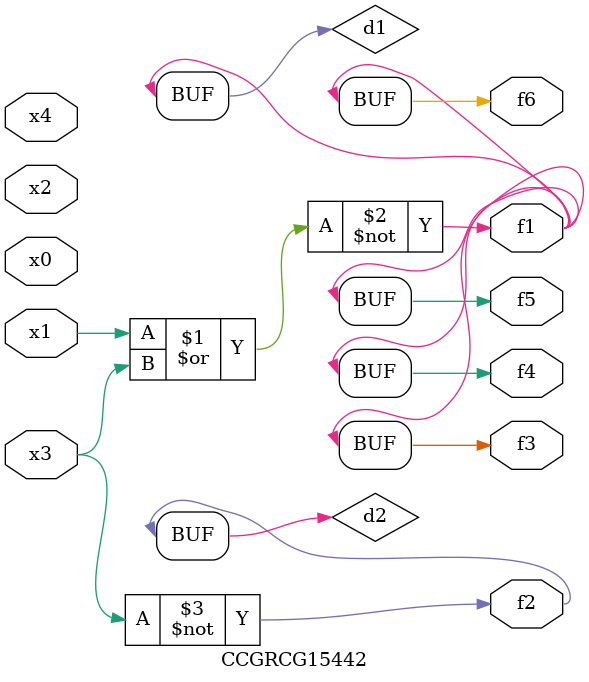
<source format=v>
module CCGRCG15442(
	input x0, x1, x2, x3, x4,
	output f1, f2, f3, f4, f5, f6
);

	wire d1, d2;

	nor (d1, x1, x3);
	not (d2, x3);
	assign f1 = d1;
	assign f2 = d2;
	assign f3 = d1;
	assign f4 = d1;
	assign f5 = d1;
	assign f6 = d1;
endmodule

</source>
